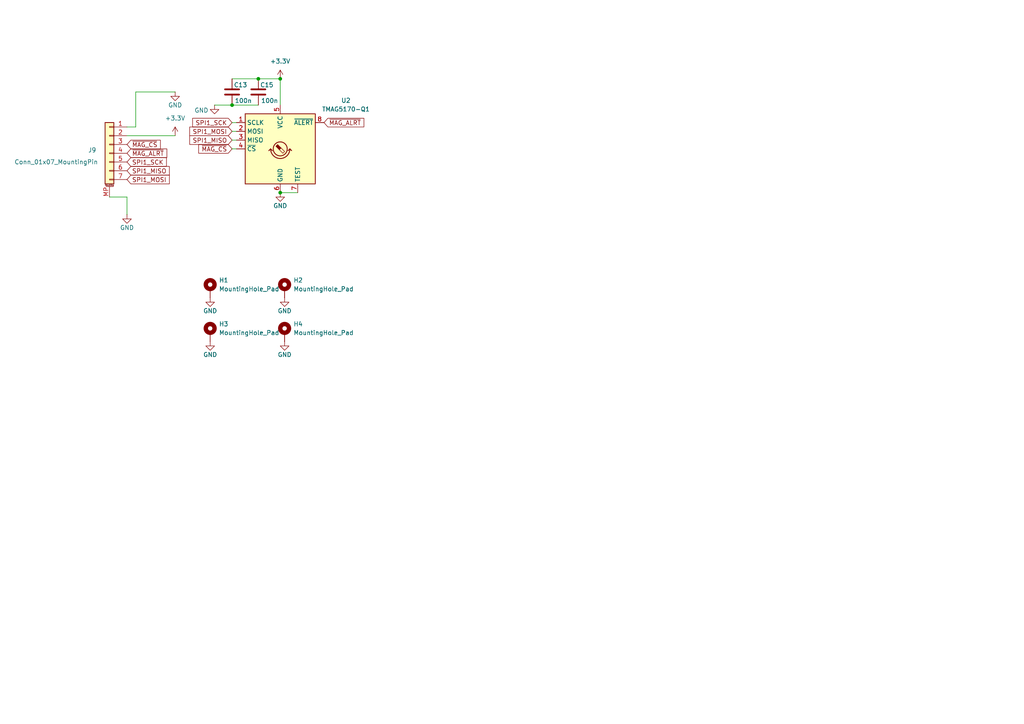
<source format=kicad_sch>
(kicad_sch (version 20250114) (generator "eeschema") (generator_version "9.0")
  (paper "A4")
  (lib_symbols
    (symbol "Connector_Generic_MountingPin:Conn_01x07_MountingPin" (pin_names (offset 1.016) (hide yes))
      (property "Reference" "J" (at 0 10.16 0))
      (property "Value" "Conn_01x07_MountingPin" (at 1.27 -10.16 0))
      (symbol "Conn_01x07_MountingPin_1_1"
        (rectangle (start -1.27 8.89) (end 1.27 -8.89) (stroke (width 0.254)) (fill (type background)))
        (rectangle (start -1.27 7.747) (end 0 7.493) (stroke (width 0.1524)))
        (rectangle (start -1.27 5.207) (end 0 4.953) (stroke (width 0.1524)))
        (rectangle (start -1.27 2.667) (end 0 2.413) (stroke (width 0.1524)))
        (rectangle (start -1.27 0.127) (end 0 -0.127) (stroke (width 0.1524)))
        (rectangle (start -1.27 -2.413) (end 0 -2.667) (stroke (width 0.1524)))
        (rectangle (start -1.27 -4.953) (end 0 -5.207) (stroke (width 0.1524)))
        (rectangle (start -1.27 -7.493) (end 0 -7.747) (stroke (width 0.1524)))
        (polyline (pts (xy -1.016 -9.652) (xy 1.016 -9.652)) (stroke (width 0.1524)))
        (text "Mounting" (at 0 -9.271 0) (effects (font (size 0.381 0.381))))
        (pin passive line (at -5.08 7.62 0) (length 3.81) (name "Pin_1") (number "1"))
        (pin passive line (at -5.08 5.08 0) (length 3.81) (name "Pin_2") (number "2"))
        (pin passive line (at -5.08 2.54 0) (length 3.81) (name "Pin_3") (number "3"))
        (pin passive line (at -5.08 0 0) (length 3.81) (name "Pin_4") (number "4"))
        (pin passive line (at -5.08 -2.54 0) (length 3.81) (name "Pin_5") (number "5"))
        (pin passive line (at -5.08 -5.08 0) (length 3.81) (name "Pin_6") (number "6"))
        (pin passive line (at -5.08 -7.62 0) (length 3.81) (name "Pin_7") (number "7"))
        (pin passive line (at 0 -12.7 90) (length 3.048) (name "MountPin") (number "MP"))
      )
    )
    (symbol "Device:C" (pin_numbers (hide yes)) (pin_names (offset 0.254))
      (property "Reference" "C" (at 0.635 2.54 0))
      (property "Value" "C" (at 0.635 -2.54 0))
      (symbol "C_0_1"
        (polyline (pts (xy -2.032 0.762) (xy 2.032 0.762)) (stroke (width 0.508)))
        (polyline (pts (xy -2.032 -0.762) (xy 2.032 -0.762)) (stroke (width 0.508)))
      )
      (symbol "C_1_1"
        (pin passive line (at 0 3.81 270) (length 2.794) (name "~") (number "1"))
        (pin passive line (at 0 -3.81 90) (length 2.794) (name "~") (number "2"))
      )
    )
    (symbol "Mechanical:MountingHole_Pad" (pin_numbers (hide yes)) (pin_names (offset 1.016) (hide yes)) (exclude_from_sim yes) (in_bom no)
      (property "Reference" "H" (at 0 6.35 0))
      (property "Value" "MountingHole_Pad" (at 0 4.445 0))
      (symbol "MountingHole_Pad_0_1"
        (circle (center 0 1.27) (radius 1.27) (stroke (width 1.27)))
      )
      (symbol "MountingHole_Pad_1_1"
        (pin input line (at 0 -2.54 90) (length 2.54) (name "1") (number "1"))
      )
    )
    (symbol "Sensor_Magnetic:TMAG5170-Q1"
      (property "Reference" "U" (at -2.54 13.335 0))
      (property "Value" "TMAG5170-Q1" (at -2.54 11.43 0))
      (symbol "TMAG5170-Q1_0_1"
        (rectangle (start -10.16 10.16) (end 10.16 -10.16) (stroke (width 0.254)) (fill (type background)))
        (polyline (pts (xy -2.794 0) (xy -3.302 -0.508)) (stroke (width 0.254)))
        (polyline (pts (xy -2.794 0) (xy -2.286 -0.508)) (stroke (width 0.254)))
        (arc (start 2.794 0) (mid 0 -2.7819) (end -2.794 0) (stroke (width 0.254)))
        (polyline (pts (xy 2.794 0) (xy 2.286 -0.508)) (stroke (width 0.254)))
        (polyline (pts (xy 2.794 0) (xy 3.302 -0.508)) (stroke (width 0.254)))
      )
      (symbol "TMAG5170-Q1_1_1"
        (polyline (pts (xy -0.762 1.27) (xy 0.254 0.254) (xy -0.254 -0.254) (xy -1.27 0.762) (xy -1.016 1.016) (xy -0.762 1.27) (xy -0.635 1.143)) (fill (type outline)))
        (circle (center 0 0) (radius 2.032) (stroke (width 0.254)))
        (polyline (pts (xy 0.254 0.254) (xy 1.27 -0.762) (xy 0.762 -1.27) (xy -0.254 -0.254)))
        (pin input line (at -12.7 7.62 0) (length 2.54) (name "SCLK") (number "1"))
        (pin input line (at -12.7 5.08 0) (length 2.54) (name "MOSI") (number "2"))
        (pin output line (at -12.7 2.54 0) (length 2.54) (name "MISO") (number "3"))
        (pin input line (at -12.7 0 0) (length 2.54) (name "~{CS}") (number "4"))
        (pin power_in line (at 0 12.7 270) (length 2.54) (name "VCC") (number "5"))
        (pin power_in line (at 0 -12.7 90) (length 2.54) (name "GND") (number "6"))
        (pin passive line (at 5.08 -12.7 90) (length 2.54) (name "TEST") (number "7"))
        (pin bidirectional line (at 12.7 7.62 180) (length 2.54) (name "~{ALERT}") (number "8"))
      )
    )
    (symbol "power:+3.3V" (power) (pin_numbers (hide yes)) (pin_names (offset 0) (hide yes))
      (property "Value" "+3.3V" (at 0 3.556 0))
      (symbol "+3.3V_0_1"
        (polyline (pts (xy -0.762 1.27) (xy 0 2.54)))
        (polyline (pts (xy 0 2.54) (xy 0.762 1.27)))
        (polyline (pts (xy 0 0) (xy 0 2.54)))
      )
      (symbol "+3.3V_1_1"
        (pin power_in line (at 0 0 90) (length 0) (name "~") (number "1"))
      )
    )
    (symbol "power:GND" (power) (pin_numbers (hide yes)) (pin_names (offset 0) (hide yes))
      (property "Value" "GND" (at 0 -3.81 0))
      (symbol "GND_0_1"
        (polyline (pts (xy 0 0) (xy 0 -1.27) (xy 1.27 -1.27) (xy 0 -2.54) (xy -1.27 -1.27) (xy 0 -1.27)))
      )
      (symbol "GND_1_1"
        (pin power_in line (at 0 0 270) (length 0) (name "~") (number "1"))
      )
    )
  )
  (junction (at 67.31 30.48))
  (junction (at 81.28 55.88))
  (junction (at 74.93 22.86))
  (junction (at 81.28 22.86))
  (wire (pts (xy 67.31 35.56) (xy 68.58 35.56)))
  (wire (pts (xy 67.31 38.1) (xy 68.58 38.1)))
  (wire (pts (xy 67.31 30.48) (xy 74.93 30.48)))
  (wire (pts (xy 67.31 22.86) (xy 74.93 22.86)))
  (wire (pts (xy 81.28 55.88) (xy 86.36 55.88)))
  (wire (pts (xy 39.37 26.67) (xy 39.37 36.83)))
  (wire (pts (xy 67.31 43.18) (xy 68.58 43.18)))
  (wire (pts (xy 36.83 57.15) (xy 31.75 57.15)))
  (wire (pts (xy 62.23 30.48) (xy 67.31 30.48)))
  (wire (pts (xy 50.8 39.37) (xy 36.83 39.37)))
  (wire (pts (xy 81.28 22.86) (xy 81.28 30.48)))
  (wire (pts (xy 74.93 22.86) (xy 81.28 22.86)))
  (wire (pts (xy 36.83 62.23) (xy 36.83 57.15)))
  (wire (pts (xy 67.31 40.64) (xy 68.58 40.64)))
  (wire (pts (xy 39.37 36.83) (xy 36.83 36.83)))
  (wire (pts (xy 50.8 26.67) (xy 39.37 26.67)))
  (global_label "~{MAG_ALRT}" (shape input) (at 36.83 44.45 0) (property "Intersheetrefs" "${INTERSHEET_REFS}" (effects (hide yes))))
  (global_label "SPI1_SCK" (shape input) (at 36.83 46.99 0) (property "Intersheetrefs" "${INTERSHEET_REFS}" (effects (hide yes))))
  (global_label "SPI1_MOSI" (shape input) (at 36.83 52.07 0) (property "Intersheetrefs" "${INTERSHEET_REFS}" (effects (hide yes))))
  (global_label "~{MAG_CS}" (shape input) (at 67.31 43.18 180) (property "Intersheetrefs" "${INTERSHEET_REFS}" (effects (hide yes))))
  (global_label "~{MAG_ALRT}" (shape input) (at 93.98 35.56 0) (property "Intersheetrefs" "${INTERSHEET_REFS}" (effects (hide yes))))
  (global_label "SPI1_MISO" (shape input) (at 36.83 49.53 0) (property "Intersheetrefs" "${INTERSHEET_REFS}" (effects (hide yes))))
  (global_label "SPI1_MOSI" (shape input) (at 67.31 38.1 180) (property "Intersheetrefs" "${INTERSHEET_REFS}" (effects (hide yes))))
  (global_label "SPI1_SCK" (shape input) (at 67.31 35.56 180) (property "Intersheetrefs" "${INTERSHEET_REFS}" (effects (hide yes))))
  (global_label "SPI1_MISO" (shape input) (at 67.31 40.64 180) (property "Intersheetrefs" "${INTERSHEET_REFS}" (effects (hide yes))))
  (global_label "~{MAG_CS}" (shape input) (at 36.83 41.91 0) (property "Intersheetrefs" "${INTERSHEET_REFS}" (effects (hide yes))))
  (symbol (lib_id "power:GND") (at 60.96 86.36 0) (mirror y) (unit 1)
    (property "Reference" "#PWR035" (effects (hide yes)))
    (property "Value" "GND" (at 60.96 90.17 0))
  )
  (symbol (lib_id "power:+3.3V") (at 81.28 22.86 0) (unit 1)
    (property "Reference" "#PWR016" (effects (hide yes)))
    (property "Value" "+3.3V" (at 81.28 17.78 0))
    (property "Description" "Power symbol creates a global label with name \"+3.3V\"" (effects (hide yes)))
  )
  (symbol (lib_id "power:GND") (at 82.55 99.06 0) (mirror y) (unit 1)
    (property "Reference" "#PWR038" (effects (hide yes)))
    (property "Value" "GND" (at 82.55 102.87 0))
  )
  (symbol (lib_id "power:+3.3V") (at 50.8 39.37 0) (mirror y) (unit 1)
    (property "Reference" "#PWR033" (effects (hide yes)))
    (property "Value" "+3.3V" (at 50.8 34.29 0))
    (property "Description" "Power symbol creates a global label with name \"+3.3V\"" (effects (hide yes)))
  )
  (symbol (lib_id "Sensor_Magnetic:TMAG5170-Q1") (at 81.28 43.18 0) (unit 1)
    (property "Reference" "U2" (at 100.33 29.1398 0))
    (property "Value" "TMAG5170-Q1" (at 100.33 31.6798 0))
    (property "Footprint" "Package_SO:VSSOP-8_3x3mm_P0.65mm" (effects (hide yes)))
    (property "Datasheet" "https://www.ti.com/lit/ds/symlink/tmag5170-q1.pdf" (effects (hide yes)))
    (property "Description" "Magnetic 3-axis linear sensor, 12-bit, Automotive, SPI Interface, VSSOP-8" (effects (hide yes)))
  )
  (symbol (lib_id "Device:C") (at 67.31 26.67 0) (unit 1)
    (property "Reference" "C13" (at 67.818 24.638 0) (effects (justify left)))
    (property "Value" "100n" (at 68.072 29.21 0) (effects (justify left)))
    (property "Footprint" "Capacitor_SMD:C_0603_1608Metric" (effects (hide yes)))
    (property "Description" "Unpolarized capacitor" (effects (hide yes)))
  )
  (symbol (lib_id "power:GND") (at 36.83 62.23 0) (mirror y) (unit 1)
    (property "Reference" "#PWR039" (effects (hide yes)))
    (property "Value" "GND" (at 36.83 66.04 0))
  )
  (symbol (lib_id "power:GND") (at 81.28 55.88 0) (mirror y) (unit 1)
    (property "Reference" "#PWR017" (effects (hide yes)))
    (property "Value" "GND" (at 81.28 59.69 0))
  )
  (symbol (lib_id "power:GND") (at 50.8 26.67 0) (mirror y) (unit 1)
    (property "Reference" "#PWR040" (effects (hide yes)))
    (property "Value" "GND" (at 50.8 30.48 0))
  )
  (symbol (lib_id "Mechanical:MountingHole_Pad") (at 60.96 96.52 0) (unit 1) (exclude_from_sim yes) (in_bom no)
    (property "Reference" "H3" (at 63.5 93.9799 0) (effects (justify left)))
    (property "Value" "MountingHole_Pad" (at 63.5 96.5199 0) (effects (justify left)))
    (property "Footprint" "MountingHole:MountingHole_2.2mm_M2_Pad_Via" (effects (hide yes)))
    (property "Description" "Mounting Hole with connection" (effects (hide yes)))
  )
  (symbol (lib_id "power:GND") (at 62.23 30.48 0) (mirror y) (unit 1)
    (property "Reference" "#PWR012" (effects (hide yes)))
    (property "Value" "GND" (at 58.42 32.004 0))
  )
  (symbol (lib_id "Connector_Generic_MountingPin:Conn_01x07_MountingPin") (at 31.75 44.45 0) (mirror y) (unit 1)
    (property "Reference" "J9" (at 27.94 43.5355 0) (effects (justify left)))
    (property "Value" "Conn_01x07_MountingPin" (at 28.448 46.99 0) (effects (justify left)))
    (property "Footprint" "Connector_JST:JST_GH_SM07B-GHS-TB_1x07-1MP_P1.25mm_Horizontal" (effects (hide yes)))
    (property "Description" "Generic connectable mounting pin connector, single row, 01x07, script generated (kicad-library-utils/schlib/autogen/connector/)" (effects (hide yes)))
  )
  (symbol (lib_id "power:GND") (at 60.96 99.06 0) (mirror y) (unit 1)
    (property "Reference" "#PWR037" (effects (hide yes)))
    (property "Value" "GND" (at 60.96 102.87 0))
  )
  (symbol (lib_id "Device:C") (at 74.93 26.67 0) (unit 1)
    (property "Reference" "C15" (at 75.438 24.638 0) (effects (justify left)))
    (property "Value" "100n" (at 75.692 29.21 0) (effects (justify left)))
    (property "Footprint" "Capacitor_SMD:C_0603_1608Metric" (effects (hide yes)))
    (property "Description" "Unpolarized capacitor" (effects (hide yes)))
  )
  (symbol (lib_id "power:GND") (at 82.55 86.36 0) (mirror y) (unit 1)
    (property "Reference" "#PWR036" (effects (hide yes)))
    (property "Value" "GND" (at 82.55 90.17 0))
  )
  (symbol (lib_id "Mechanical:MountingHole_Pad") (at 82.55 83.82 0) (unit 1) (exclude_from_sim yes) (in_bom no)
    (property "Reference" "H2" (at 85.09 81.2799 0) (effects (justify left)))
    (property "Value" "MountingHole_Pad" (at 85.09 83.8199 0) (effects (justify left)))
    (property "Footprint" "MountingHole:MountingHole_2.2mm_M2_Pad_Via" (effects (hide yes)))
    (property "Description" "Mounting Hole with connection" (effects (hide yes)))
  )
  (symbol (lib_id "Mechanical:MountingHole_Pad") (at 82.55 96.52 0) (unit 1) (exclude_from_sim yes) (in_bom no)
    (property "Reference" "H4" (at 85.09 93.9799 0) (effects (justify left)))
    (property "Value" "MountingHole_Pad" (at 85.09 96.5199 0) (effects (justify left)))
    (property "Footprint" "MountingHole:MountingHole_2.2mm_M2_Pad_Via" (effects (hide yes)))
    (property "Description" "Mounting Hole with connection" (effects (hide yes)))
  )
  (symbol (lib_id "Mechanical:MountingHole_Pad") (at 60.96 83.82 0) (unit 1) (exclude_from_sim yes) (in_bom no)
    (property "Reference" "H1" (at 63.5 81.2799 0) (effects (justify left)))
    (property "Value" "MountingHole_Pad" (at 63.5 83.8199 0) (effects (justify left)))
    (property "Footprint" "MountingHole:MountingHole_2.2mm_M2_Pad_Via" (effects (hide yes)))
    (property "Description" "Mounting Hole with connection" (effects (hide yes)))
  )
)
</source>
